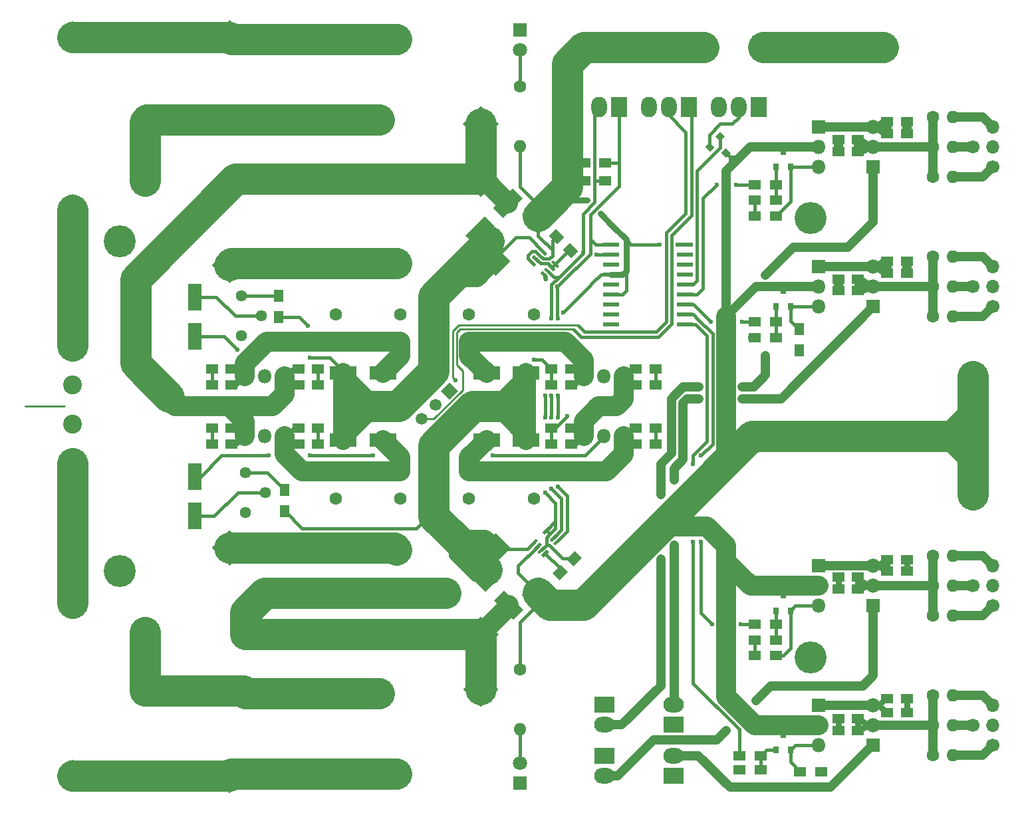
<source format=gbr>
G04 #@! TF.FileFunction,Copper,L1,Top,Signal*
%FSLAX46Y46*%
G04 Gerber Fmt 4.6, Leading zero omitted, Abs format (unit mm)*
G04 Created by KiCad (PCBNEW 4.0.7) date 02/27/18 01:19:25*
%MOMM*%
%LPD*%
G01*
G04 APERTURE LIST*
%ADD10C,0.100000*%
%ADD11C,3.200000*%
%ADD12C,3.000000*%
%ADD13R,3.000000X3.000000*%
%ADD14R,1.500000X1.250000*%
%ADD15R,1.800000X1.800000*%
%ADD16O,1.800000X1.800000*%
%ADD17R,2.400000X2.400000*%
%ADD18C,2.400000*%
%ADD19R,1.500000X1.300000*%
%ADD20R,2.000000X2.600000*%
%ADD21O,2.000000X2.600000*%
%ADD22C,1.520000*%
%ADD23C,1.600000*%
%ADD24O,1.600000X1.600000*%
%ADD25C,1.700000*%
%ADD26O,1.700000X1.700000*%
%ADD27R,2.600000X2.000000*%
%ADD28O,2.600000X2.000000*%
%ADD29R,1.600000X1.600000*%
%ADD30C,1.440000*%
%ADD31R,1.300000X1.500000*%
%ADD32C,1.800000*%
%ADD33O,2.500000X4.000000*%
%ADD34R,3.500000X1.800000*%
%ADD35R,1.800000X3.500000*%
%ADD36R,0.800000X0.900000*%
%ADD37R,2.000000X0.600000*%
%ADD38C,4.064000*%
%ADD39C,0.600000*%
%ADD40C,1.000000*%
%ADD41C,0.250000*%
%ADD42C,0.400000*%
%ADD43C,1.200000*%
%ADD44C,0.800000*%
%ADD45C,4.000000*%
%ADD46C,2.500000*%
G04 APERTURE END LIST*
D10*
G36*
X98000000Y-128737258D02*
X100262742Y-131000000D01*
X98000000Y-133262742D01*
X95737258Y-131000000D01*
X98000000Y-128737258D01*
X98000000Y-128737258D01*
G37*
D11*
X87223693Y-141776307D02*
X87223693Y-141776307D01*
D12*
X116200000Y-49280000D03*
X121280000Y-49280000D03*
D13*
X111120000Y-49280000D03*
D12*
X126360000Y-49280000D03*
D14*
X146000000Y-134750000D03*
X143500000Y-134750000D03*
D15*
X147950000Y-138180000D03*
D16*
X147950000Y-135640000D03*
X147950000Y-133100000D03*
D15*
X147950000Y-82300000D03*
D16*
X147950000Y-79760000D03*
X147950000Y-77220000D03*
D17*
X160650000Y-91190000D03*
D18*
X160650000Y-96190000D03*
X160650000Y-101190000D03*
X160650000Y-106190000D03*
D15*
X147950000Y-120400000D03*
D16*
X147950000Y-117860000D03*
X147950000Y-115320000D03*
D15*
X67940000Y-98810000D03*
D16*
X70480000Y-98810000D03*
X73020000Y-98810000D03*
D15*
X73020000Y-91190000D03*
D16*
X70480000Y-91190000D03*
X67940000Y-91190000D03*
D15*
X111120000Y-98810000D03*
D16*
X113660000Y-98810000D03*
X116200000Y-98810000D03*
D15*
X116200000Y-91190000D03*
D16*
X113660000Y-91190000D03*
X111120000Y-91190000D03*
D19*
X113850000Y-66250000D03*
X111150000Y-66250000D03*
X111150000Y-64000000D03*
X113850000Y-64000000D03*
D20*
X115565000Y-56900000D03*
D21*
X113025000Y-56900000D03*
D22*
X92203949Y-94796051D03*
X90407898Y-96592102D03*
D10*
G36*
X92925198Y-93000000D02*
X94000000Y-91925198D01*
X95074802Y-93000000D01*
X94000000Y-94074802D01*
X92925198Y-93000000D01*
X92925198Y-93000000D01*
G37*
D23*
X155570000Y-135640000D03*
D24*
X158110000Y-135640000D03*
D23*
X155570000Y-139450000D03*
D24*
X158110000Y-139450000D03*
D23*
X155570000Y-131830000D03*
D24*
X158110000Y-131830000D03*
D23*
X155570000Y-117860000D03*
D24*
X158110000Y-117860000D03*
D23*
X155570000Y-121670000D03*
D24*
X158110000Y-121670000D03*
D23*
X155570000Y-114050000D03*
D24*
X158110000Y-114050000D03*
D23*
X155570000Y-79760000D03*
D24*
X158110000Y-79760000D03*
D23*
X155570000Y-83570000D03*
D24*
X158110000Y-83570000D03*
D23*
X155570000Y-75950000D03*
D24*
X158110000Y-75950000D03*
D23*
X155570000Y-61980000D03*
D24*
X158110000Y-61980000D03*
D23*
X155570000Y-65790000D03*
D24*
X158110000Y-65790000D03*
D23*
X155570000Y-58170000D03*
D24*
X158110000Y-58170000D03*
D15*
X140965000Y-133100000D03*
D16*
X140965000Y-135640000D03*
X140965000Y-138180000D03*
D10*
G36*
X127863604Y-60585787D02*
X128429290Y-60020101D01*
X129065686Y-60656497D01*
X128500000Y-61222183D01*
X127863604Y-60585787D01*
X127863604Y-60585787D01*
G37*
G36*
X126520101Y-61929290D02*
X127085787Y-61363604D01*
X127722183Y-62000000D01*
X127156497Y-62565686D01*
X126520101Y-61929290D01*
X126520101Y-61929290D01*
G37*
G36*
X128606066Y-62671752D02*
X129171752Y-62106066D01*
X129808148Y-62742462D01*
X129242462Y-63308148D01*
X128606066Y-62671752D01*
X128606066Y-62671752D01*
G37*
D15*
X140965000Y-115320000D03*
D16*
X140965000Y-117860000D03*
X140965000Y-120400000D03*
D15*
X140965000Y-77220000D03*
D16*
X140965000Y-79760000D03*
X140965000Y-82300000D03*
D15*
X140965000Y-59440000D03*
D16*
X140965000Y-61980000D03*
X140965000Y-64520000D03*
D25*
X160650000Y-135640000D03*
X163190000Y-138180000D03*
D26*
X163190000Y-135640000D03*
X163190000Y-133100000D03*
D20*
X124455000Y-56900000D03*
D21*
X121915000Y-56900000D03*
X119375000Y-56900000D03*
D27*
X122500000Y-142000000D03*
D28*
X122500000Y-139460000D03*
D25*
X160650000Y-117860000D03*
X163190000Y-120400000D03*
D26*
X163190000Y-117860000D03*
X163190000Y-115320000D03*
D27*
X113750000Y-139500000D03*
D28*
X113750000Y-142040000D03*
D25*
X160650000Y-79760000D03*
X163190000Y-82300000D03*
D26*
X163190000Y-79760000D03*
X163190000Y-77220000D03*
D27*
X122500000Y-135500000D03*
D28*
X122500000Y-132960000D03*
D25*
X160650000Y-61980000D03*
X163190000Y-64520000D03*
D26*
X163190000Y-61980000D03*
X163190000Y-59440000D03*
D17*
X46000000Y-87250000D03*
D18*
X46000000Y-92250000D03*
X46000000Y-97250000D03*
X46000000Y-102250000D03*
D27*
X113750000Y-133000000D03*
D28*
X113750000Y-135540000D03*
D14*
X146000000Y-136250000D03*
X143500000Y-136250000D03*
X149750000Y-132250000D03*
X152250000Y-132250000D03*
X149750000Y-134000000D03*
X152250000Y-134000000D03*
X146000000Y-118250000D03*
X143500000Y-118250000D03*
X146000000Y-116750000D03*
X143500000Y-116750000D03*
X149750000Y-116000000D03*
X152250000Y-116000000D03*
X149750000Y-114500000D03*
X152250000Y-114500000D03*
X146000000Y-78750000D03*
X143500000Y-78750000D03*
X146000000Y-80250000D03*
X143500000Y-80250000D03*
X149750000Y-76500000D03*
X152250000Y-76500000D03*
X149750000Y-78000000D03*
X152250000Y-78000000D03*
X146000000Y-61000000D03*
X143500000Y-61000000D03*
X146000000Y-62500000D03*
X143500000Y-62500000D03*
X149750000Y-58750000D03*
X152250000Y-58750000D03*
X149750000Y-60250000D03*
X152250000Y-60250000D03*
D10*
G36*
X68262742Y-77000000D02*
X66000000Y-79262742D01*
X63737258Y-77000000D01*
X66000000Y-74737258D01*
X68262742Y-77000000D01*
X68262742Y-77000000D01*
G37*
D11*
X55223693Y-66223693D02*
X55223693Y-66223693D01*
D29*
X96500000Y-103250000D03*
D23*
X96500000Y-106750000D03*
D29*
X87750000Y-103250000D03*
D23*
X87750000Y-106750000D03*
D29*
X104750000Y-86750000D03*
D23*
X104750000Y-83250000D03*
D29*
X87750000Y-86750000D03*
D23*
X87750000Y-83250000D03*
D30*
X68000000Y-103420000D03*
X70540000Y-105960000D03*
X68000000Y-108500000D03*
X67500000Y-80920000D03*
X70040000Y-83460000D03*
X67500000Y-86000000D03*
D14*
X107000000Y-97750000D03*
X109500000Y-97750000D03*
X120250000Y-97750000D03*
X117750000Y-97750000D03*
X120250000Y-99750000D03*
X117750000Y-99750000D03*
X77250000Y-97750000D03*
X74750000Y-97750000D03*
X77250000Y-99750000D03*
X74750000Y-99750000D03*
X107000000Y-92250000D03*
X109500000Y-92250000D03*
X107000000Y-90250000D03*
X109500000Y-90250000D03*
X63750000Y-90250000D03*
X66250000Y-90250000D03*
X63750000Y-92250000D03*
X66250000Y-92250000D03*
D31*
X73000000Y-108350000D03*
X73000000Y-105650000D03*
X72250000Y-83600000D03*
X72250000Y-80900000D03*
D10*
G36*
X97620963Y-113383705D02*
X99883705Y-111120963D01*
X101792893Y-113030151D01*
X99530151Y-115292893D01*
X97620963Y-113383705D01*
X97620963Y-113383705D01*
G37*
G36*
X103207107Y-118969849D02*
X105469849Y-116707107D01*
X107379037Y-118616295D01*
X105116295Y-120879037D01*
X103207107Y-118969849D01*
X103207107Y-118969849D01*
G37*
G36*
X99883705Y-78379037D02*
X97620963Y-76116295D01*
X99530151Y-74207107D01*
X101792893Y-76469849D01*
X99883705Y-78379037D01*
X99883705Y-78379037D01*
G37*
G36*
X105469849Y-72792893D02*
X103207107Y-70530151D01*
X105116295Y-68620963D01*
X107379037Y-70883705D01*
X105469849Y-72792893D01*
X105469849Y-72792893D01*
G37*
D29*
X104750000Y-103250000D03*
D23*
X104750000Y-106750000D03*
D29*
X79500000Y-103250000D03*
D23*
X79500000Y-106750000D03*
D14*
X63750000Y-97750000D03*
X66250000Y-97750000D03*
X107000000Y-99750000D03*
X109500000Y-99750000D03*
X63750000Y-99750000D03*
X66250000Y-99750000D03*
D29*
X96500000Y-86750000D03*
D23*
X96500000Y-83250000D03*
D14*
X120250000Y-92250000D03*
X117750000Y-92250000D03*
X120250000Y-90250000D03*
X117750000Y-90250000D03*
X77250000Y-92250000D03*
X74750000Y-92250000D03*
X77250000Y-90250000D03*
X74750000Y-90250000D03*
D29*
X79500000Y-86750000D03*
D23*
X79500000Y-83250000D03*
X103000000Y-54250000D03*
D24*
X103000000Y-61870000D03*
D23*
X103000000Y-128500000D03*
D24*
X103000000Y-136120000D03*
D15*
X103000000Y-143000000D03*
D32*
X103000000Y-140460000D03*
D10*
G36*
X102058808Y-67228400D02*
X103331600Y-68501192D01*
X100856726Y-70976066D01*
X99583934Y-69703274D01*
X102058808Y-67228400D01*
X102058808Y-67228400D01*
G37*
G36*
X98523274Y-70763934D02*
X99796066Y-72036726D01*
X97321192Y-74511600D01*
X96048400Y-73238808D01*
X98523274Y-70763934D01*
X98523274Y-70763934D01*
G37*
G36*
X103391600Y-120868808D02*
X102118808Y-122141600D01*
X99643934Y-119666726D01*
X100916726Y-118393934D01*
X103391600Y-120868808D01*
X103391600Y-120868808D01*
G37*
G36*
X99856066Y-117333274D02*
X98583274Y-118606066D01*
X96108400Y-116131192D01*
X97381192Y-114858400D01*
X99856066Y-117333274D01*
X99856066Y-117333274D01*
G37*
D33*
X46000000Y-142000000D03*
X46000000Y-120000000D03*
D34*
X103750000Y-99250000D03*
X98750000Y-99250000D03*
X80500000Y-99250000D03*
X85500000Y-99250000D03*
D10*
G36*
X66000000Y-110737258D02*
X68262742Y-113000000D01*
X66000000Y-115262742D01*
X63737258Y-113000000D01*
X66000000Y-110737258D01*
X66000000Y-110737258D01*
G37*
D11*
X55223693Y-123776307D02*
X55223693Y-123776307D01*
D10*
G36*
X68262742Y-142000000D02*
X66000000Y-144262742D01*
X63737258Y-142000000D01*
X66000000Y-139737258D01*
X68262742Y-142000000D01*
X68262742Y-142000000D01*
G37*
D11*
X55223693Y-131223693D02*
X55223693Y-131223693D01*
D10*
G36*
X100262742Y-124000000D02*
X98000000Y-126262742D01*
X95737258Y-124000000D01*
X98000000Y-121737258D01*
X100262742Y-124000000D01*
X100262742Y-124000000D01*
G37*
D11*
X87223693Y-113223693D02*
X87223693Y-113223693D01*
D10*
G36*
X109972271Y-113393845D02*
X110856155Y-114277729D01*
X109795495Y-115338389D01*
X108911611Y-114454505D01*
X109972271Y-113393845D01*
X109972271Y-113393845D01*
G37*
G36*
X108204505Y-115161611D02*
X109088389Y-116045495D01*
X108027729Y-117106155D01*
X107143845Y-116222271D01*
X108204505Y-115161611D01*
X108204505Y-115161611D01*
G37*
G36*
X110356155Y-75222271D02*
X109472271Y-76106155D01*
X108411611Y-75045495D01*
X109295495Y-74161611D01*
X110356155Y-75222271D01*
X110356155Y-75222271D01*
G37*
G36*
X108588389Y-73454505D02*
X107704505Y-74338389D01*
X106643845Y-73277729D01*
X107527729Y-72393845D01*
X108588389Y-73454505D01*
X108588389Y-73454505D01*
G37*
D17*
X85000000Y-124000000D03*
D18*
X85000000Y-131500000D03*
D17*
X68000000Y-124000000D03*
D18*
X68000000Y-131500000D03*
D33*
X46000000Y-48000000D03*
X46000000Y-70000000D03*
D10*
G36*
X66000000Y-45737258D02*
X68262742Y-48000000D01*
X66000000Y-50262742D01*
X63737258Y-48000000D01*
X66000000Y-45737258D01*
X66000000Y-45737258D01*
G37*
D11*
X55223693Y-58776307D02*
X55223693Y-58776307D01*
D10*
G36*
X100262742Y-59000000D02*
X98000000Y-61262742D01*
X95737258Y-59000000D01*
X98000000Y-56737258D01*
X100262742Y-59000000D01*
X100262742Y-59000000D01*
G37*
D11*
X87223693Y-48223693D02*
X87223693Y-48223693D01*
D17*
X85000000Y-66000000D03*
D18*
X85000000Y-58500000D03*
D17*
X68000000Y-66000000D03*
D18*
X68000000Y-58500000D03*
D10*
G36*
X98000000Y-63737258D02*
X100262742Y-66000000D01*
X98000000Y-68262742D01*
X95737258Y-66000000D01*
X98000000Y-63737258D01*
X98000000Y-63737258D01*
G37*
D11*
X87223693Y-76776307D02*
X87223693Y-76776307D01*
D34*
X103750000Y-90750000D03*
X98750000Y-90750000D03*
X80500000Y-90750000D03*
X85500000Y-90750000D03*
D35*
X61590000Y-108930000D03*
X61590000Y-103930000D03*
X61590000Y-81070000D03*
X61590000Y-86070000D03*
D15*
X103000000Y-47000000D03*
D32*
X103000000Y-49540000D03*
D15*
X147950000Y-64520000D03*
D16*
X147950000Y-61980000D03*
X147950000Y-59440000D03*
D10*
G36*
X104545873Y-112851041D02*
X104263030Y-112568198D01*
X105012563Y-111818665D01*
X105295406Y-112101508D01*
X104545873Y-112851041D01*
X104545873Y-112851041D01*
G37*
G36*
X105005492Y-113310660D02*
X104722649Y-113027817D01*
X105472182Y-112278284D01*
X105755025Y-112561127D01*
X105005492Y-113310660D01*
X105005492Y-113310660D01*
G37*
G36*
X105472183Y-113777351D02*
X105189340Y-113494508D01*
X105938873Y-112744975D01*
X106221716Y-113027818D01*
X105472183Y-113777351D01*
X105472183Y-113777351D01*
G37*
G36*
X105931802Y-114236970D02*
X105648959Y-113954127D01*
X106398492Y-113204594D01*
X106681335Y-113487437D01*
X105931802Y-114236970D01*
X105931802Y-114236970D01*
G37*
G36*
X107487437Y-112681335D02*
X107204594Y-112398492D01*
X107954127Y-111648959D01*
X108236970Y-111931802D01*
X107487437Y-112681335D01*
X107487437Y-112681335D01*
G37*
G36*
X107027818Y-112221716D02*
X106744975Y-111938873D01*
X107494508Y-111189340D01*
X107777351Y-111472183D01*
X107027818Y-112221716D01*
X107027818Y-112221716D01*
G37*
G36*
X106561127Y-111755025D02*
X106278284Y-111472182D01*
X107027817Y-110722649D01*
X107310660Y-111005492D01*
X106561127Y-111755025D01*
X106561127Y-111755025D01*
G37*
G36*
X106101508Y-111295406D02*
X105818665Y-111012563D01*
X106568198Y-110263030D01*
X106851041Y-110545873D01*
X106101508Y-111295406D01*
X106101508Y-111295406D01*
G37*
G36*
X105398959Y-75045873D02*
X105681802Y-74763030D01*
X106431335Y-75512563D01*
X106148492Y-75795406D01*
X105398959Y-75045873D01*
X105398959Y-75045873D01*
G37*
G36*
X104939340Y-75505492D02*
X105222183Y-75222649D01*
X105971716Y-75972182D01*
X105688873Y-76255025D01*
X104939340Y-75505492D01*
X104939340Y-75505492D01*
G37*
G36*
X104472649Y-75972183D02*
X104755492Y-75689340D01*
X105505025Y-76438873D01*
X105222182Y-76721716D01*
X104472649Y-75972183D01*
X104472649Y-75972183D01*
G37*
G36*
X104013030Y-76431802D02*
X104295873Y-76148959D01*
X105045406Y-76898492D01*
X104762563Y-77181335D01*
X104013030Y-76431802D01*
X104013030Y-76431802D01*
G37*
G36*
X105568665Y-77987437D02*
X105851508Y-77704594D01*
X106601041Y-78454127D01*
X106318198Y-78736970D01*
X105568665Y-77987437D01*
X105568665Y-77987437D01*
G37*
G36*
X106028284Y-77527818D02*
X106311127Y-77244975D01*
X107060660Y-77994508D01*
X106777817Y-78277351D01*
X106028284Y-77527818D01*
X106028284Y-77527818D01*
G37*
G36*
X106494975Y-77061127D02*
X106777818Y-76778284D01*
X107527351Y-77527817D01*
X107244508Y-77810660D01*
X106494975Y-77061127D01*
X106494975Y-77061127D01*
G37*
G36*
X106954594Y-76601508D02*
X107237437Y-76318665D01*
X107986970Y-77068198D01*
X107704127Y-77351041D01*
X106954594Y-76601508D01*
X106954594Y-76601508D01*
G37*
D12*
X139060000Y-49280000D03*
X144140000Y-49280000D03*
D13*
X133980000Y-49280000D03*
D12*
X149220000Y-49280000D03*
D36*
X135550000Y-64500000D03*
X137450000Y-64500000D03*
X136500000Y-62500000D03*
X135550000Y-82250000D03*
X137450000Y-82250000D03*
X136500000Y-80250000D03*
X135550000Y-121000000D03*
X137450000Y-121000000D03*
X136500000Y-119000000D03*
X135550000Y-138750000D03*
X137450000Y-138750000D03*
X136500000Y-136750000D03*
D19*
X132900000Y-70750000D03*
X135600000Y-70750000D03*
X132900000Y-68750000D03*
X135600000Y-68750000D03*
X132900000Y-66750000D03*
X135600000Y-66750000D03*
D31*
X138500000Y-87850000D03*
X138500000Y-85150000D03*
D19*
X132900000Y-86250000D03*
X135600000Y-86250000D03*
X132900000Y-84250000D03*
X135600000Y-84250000D03*
X132900000Y-126750000D03*
X135600000Y-126750000D03*
X132900000Y-124750000D03*
X135600000Y-124750000D03*
X132900000Y-122750000D03*
X135600000Y-122750000D03*
X141350000Y-141500000D03*
X138650000Y-141500000D03*
X130900000Y-141250000D03*
X133600000Y-141250000D03*
X130900000Y-139500000D03*
X133600000Y-139500000D03*
D37*
X114550000Y-74420000D03*
X114550000Y-75690000D03*
X114550000Y-76960000D03*
X114550000Y-78230000D03*
X114550000Y-79500000D03*
X114550000Y-80770000D03*
X114550000Y-82040000D03*
X114550000Y-83310000D03*
X114550000Y-84580000D03*
X123950000Y-84580000D03*
X123950000Y-83310000D03*
X123950000Y-82040000D03*
X123950000Y-80770000D03*
X123950000Y-79500000D03*
X123950000Y-78230000D03*
X123950000Y-76960000D03*
X123950000Y-75690000D03*
X123950000Y-74420000D03*
D38*
X140000000Y-127000000D03*
X52000000Y-116000000D03*
X52000000Y-74000000D03*
X140000000Y-71000000D03*
D20*
X133345000Y-56900000D03*
D21*
X130805000Y-56900000D03*
X128265000Y-56900000D03*
D39*
X107470782Y-76834853D03*
X132900000Y-68750000D03*
X63750000Y-92250000D03*
X63750000Y-97750000D03*
X77250000Y-97750000D03*
X77250000Y-92250000D03*
X152250000Y-78000000D03*
X143500000Y-78750000D03*
X114550000Y-84580000D03*
X114550000Y-79500000D03*
X114550000Y-76960000D03*
X104750000Y-89000000D03*
X120250000Y-92250000D03*
X120250000Y-97750000D03*
X109000000Y-96250000D03*
X108116117Y-116133883D03*
X130900000Y-141250000D03*
X141350000Y-141500000D03*
X143500000Y-134750000D03*
X152250000Y-134000000D03*
X152250000Y-116000000D03*
X143500000Y-116750000D03*
X132900000Y-124750000D03*
X138500000Y-87850000D03*
X132250000Y-86250000D03*
X152250000Y-60250000D03*
X143500000Y-61000000D03*
X111500000Y-68750000D03*
X113190687Y-70440687D03*
X108500000Y-83000000D03*
X106200000Y-96400000D03*
X106200000Y-93600000D03*
X106200000Y-106000000D03*
X123050000Y-74400000D03*
X120800000Y-74400000D03*
X107750000Y-79750000D03*
X106250000Y-78750000D03*
X107800000Y-83800000D03*
X107800000Y-105200000D03*
X107800000Y-96400000D03*
X107800000Y-93600000D03*
X107000000Y-83750000D03*
X111000000Y-75500000D03*
X112700000Y-75700000D03*
X107000000Y-105500000D03*
X107000000Y-96400000D03*
X107000000Y-93600000D03*
D40*
X58250000Y-93750000D03*
X55500000Y-91000000D03*
X56950000Y-92450000D03*
D39*
X93500000Y-120000000D03*
X93500000Y-117500000D03*
X86750000Y-120000000D03*
X86750000Y-117500000D03*
D40*
X86750000Y-118750000D03*
X89000000Y-118750000D03*
X91250000Y-118750000D03*
X93500000Y-118750000D03*
D39*
X67000000Y-87750000D03*
X76000000Y-84750000D03*
X76250000Y-88750000D03*
D40*
X120900000Y-114400000D03*
X120900000Y-115800000D03*
X135250000Y-77250000D03*
X134250000Y-78250000D03*
X120900000Y-104800000D03*
X120900000Y-106200000D03*
X124250000Y-92500000D03*
X132750000Y-92500000D03*
X134250000Y-89750000D03*
X134250000Y-88500000D03*
X131300002Y-92500000D03*
X125750000Y-92500000D03*
X122600000Y-102900000D03*
X122600000Y-114100000D03*
X122600000Y-112700000D03*
X122600000Y-104400000D03*
X124250000Y-94000000D03*
X132750000Y-94000000D03*
X131300002Y-94000000D03*
X125750000Y-94000000D03*
X129250000Y-136250000D03*
X128000000Y-137500000D03*
X134250000Y-131250000D03*
X133000000Y-132500000D03*
D39*
X94800000Y-91700000D03*
X128000000Y-66750000D03*
X130500000Y-66750000D03*
X127250000Y-84250000D03*
X131250000Y-84250000D03*
X126000000Y-101250000D03*
X126000000Y-112250000D03*
X127450000Y-122750000D03*
X131050000Y-122750000D03*
X125000000Y-102300000D03*
X125000000Y-112250000D03*
X84250000Y-101250000D03*
X76250000Y-101250000D03*
X99500000Y-101250000D03*
X71000000Y-101250000D03*
D41*
X40000000Y-95000000D02*
X45000000Y-95000000D01*
D42*
X109171752Y-75133883D02*
X107470782Y-76834853D01*
X109383883Y-75133883D02*
X109171752Y-75133883D01*
X105583311Y-76800002D02*
X106516693Y-76800002D01*
X106516693Y-76800002D02*
X107011163Y-77294472D01*
X105583311Y-76800002D02*
X104988837Y-76205528D01*
X132900000Y-70750000D02*
X132900000Y-68750000D01*
X107000000Y-90250000D02*
X105750000Y-89000000D01*
X105750000Y-89000000D02*
X104750000Y-89000000D01*
X107000000Y-97750000D02*
X107500000Y-97750000D01*
X107500000Y-97750000D02*
X109000000Y-96250000D01*
X132900000Y-86250000D02*
X132250000Y-86250000D01*
D43*
X143500000Y-61000000D02*
X143500000Y-62500000D01*
X152250000Y-60250000D02*
X152250000Y-58750000D01*
X143500000Y-78750000D02*
X143500000Y-80250000D01*
X152250000Y-76500000D02*
X152250000Y-78000000D01*
D42*
X132900000Y-126750000D02*
X132900000Y-124750000D01*
D44*
X143500000Y-116750000D02*
X143500000Y-118250000D01*
X152250000Y-116000000D02*
X152250000Y-114500000D01*
X143500000Y-134750000D02*
X143500000Y-136250000D01*
X152250000Y-134000000D02*
X152250000Y-132250000D01*
D45*
X133980000Y-49280000D02*
X139060000Y-49280000D01*
X139060000Y-49280000D02*
X144140000Y-49280000D01*
X144140000Y-49280000D02*
X149220000Y-49280000D01*
D42*
X106165147Y-113720782D02*
X106220782Y-113720782D01*
X106220782Y-113720782D02*
X108116117Y-115616117D01*
X108116117Y-115616117D02*
X108116117Y-116133883D01*
X108116117Y-115633883D02*
X108078248Y-115633883D01*
D41*
X106165147Y-113720782D02*
X106203016Y-113720782D01*
X104988837Y-76205528D02*
X104988837Y-76238837D01*
D42*
X107011163Y-77294472D02*
X107470782Y-76834853D01*
D45*
X55223693Y-66223693D02*
X55223693Y-58776307D01*
X55223693Y-58776307D02*
X55500000Y-58500000D01*
X55500000Y-58500000D02*
X85000000Y-58500000D01*
X55223693Y-131223693D02*
X55223693Y-123776307D01*
X67723693Y-131223693D02*
X55223693Y-131223693D01*
X68000000Y-131500000D02*
X67723693Y-131223693D01*
X85000000Y-131500000D02*
X68000000Y-131500000D01*
D42*
X77250000Y-99750000D02*
X77250000Y-97750000D01*
X63750000Y-97750000D02*
X63750000Y-99750000D01*
X63750000Y-90250000D02*
X63750000Y-92250000D01*
X77250000Y-92250000D02*
X77250000Y-90250000D01*
X120250000Y-99750000D02*
X120250000Y-97750000D01*
X107000000Y-97750000D02*
X107000000Y-99750000D01*
X107000000Y-90250000D02*
X107000000Y-92250000D01*
X120250000Y-90250000D02*
X120250000Y-92250000D01*
D46*
X55223693Y-123776307D02*
X55223693Y-131223693D01*
X55223693Y-131223693D02*
X55500000Y-131500000D01*
X55500000Y-131500000D02*
X85000000Y-131500000D01*
D42*
X68000000Y-58500000D02*
X55500000Y-58500000D01*
X55500000Y-58500000D02*
X55223693Y-58776307D01*
D46*
X55223693Y-58776307D02*
X55500000Y-58500000D01*
X55500000Y-58500000D02*
X85000000Y-58500000D01*
D42*
X102750000Y-115700000D02*
X102750000Y-115283309D01*
X102750000Y-115283309D02*
X105238837Y-112794472D01*
X129750000Y-63250000D02*
X129750000Y-64500000D01*
X129750000Y-64500000D02*
X129750000Y-64250000D01*
X129750000Y-64250000D02*
X129750000Y-64500000D01*
X129207107Y-62707107D02*
X129750000Y-63250000D01*
X130000000Y-63500000D02*
X130000000Y-64250000D01*
X130750000Y-63500000D02*
X130000000Y-63500000D01*
X131000000Y-63250000D02*
X130750000Y-63500000D01*
X129750000Y-63250000D02*
X131000000Y-63250000D01*
X136500000Y-80250000D02*
X136500000Y-79760000D01*
X136500000Y-79760000D02*
X136500000Y-79750000D01*
X136500000Y-79750000D02*
X136500000Y-79760000D01*
D43*
X140965000Y-79760000D02*
X136500000Y-79760000D01*
X136500000Y-79760000D02*
X133060000Y-79760000D01*
X133060000Y-79760000D02*
X129250000Y-83570000D01*
D42*
X136500000Y-62500000D02*
X136500000Y-61980000D01*
D43*
X132270000Y-61980000D02*
X136500000Y-61980000D01*
X136500000Y-61980000D02*
X140965000Y-61980000D01*
X129250000Y-83570000D02*
X129250000Y-65000000D01*
X129250000Y-65000000D02*
X129750000Y-64500000D01*
X129750000Y-64500000D02*
X130000000Y-64250000D01*
X130000000Y-64250000D02*
X132270000Y-61980000D01*
D42*
X136500000Y-61980000D02*
X136500000Y-62000000D01*
X136500000Y-62000000D02*
X136500000Y-61980000D01*
X103000000Y-128500000D02*
X103000000Y-122500000D01*
X103000000Y-122500000D02*
X105293072Y-120206928D01*
X105293072Y-120206928D02*
X105293072Y-118793072D01*
D46*
X129250000Y-83570000D02*
X129250000Y-102000000D01*
X129250000Y-102000000D02*
X129500000Y-101750000D01*
X129500000Y-101750000D02*
X129750000Y-101750000D01*
X129750000Y-101750000D02*
X129750000Y-101500000D01*
D42*
X136500000Y-136750000D02*
X136500000Y-135640000D01*
X136500000Y-135640000D02*
X136500000Y-136000000D01*
X136500000Y-136000000D02*
X136500000Y-135640000D01*
X136500000Y-119000000D02*
X136500000Y-117860000D01*
X136500000Y-117860000D02*
X136500000Y-118000000D01*
X136500000Y-118000000D02*
X136500000Y-117860000D01*
D46*
X140965000Y-117860000D02*
X136500000Y-117860000D01*
X136500000Y-117860000D02*
X132360000Y-117860000D01*
X132360000Y-117860000D02*
X129250000Y-114750000D01*
X140965000Y-135640000D02*
X136500000Y-135640000D01*
X136500000Y-135640000D02*
X132890000Y-135640000D01*
X132890000Y-135640000D02*
X129250000Y-132000000D01*
X121000000Y-110250000D02*
X126750000Y-110250000D01*
X126750000Y-110250000D02*
X129250000Y-112750000D01*
X129250000Y-112750000D02*
X129250000Y-114750000D01*
X129250000Y-114750000D02*
X129250000Y-132000000D01*
D45*
X160650000Y-101190000D02*
X160650000Y-106190000D01*
X160650000Y-96190000D02*
X160650000Y-91190000D01*
X160650000Y-96190000D02*
X160650000Y-101190000D01*
X160650000Y-101190000D02*
X158210000Y-98750000D01*
X158210000Y-98750000D02*
X158090000Y-98750000D01*
X105293072Y-118793072D02*
X106750000Y-120250000D01*
X106750000Y-120250000D02*
X111000000Y-120250000D01*
X111000000Y-120250000D02*
X121000000Y-110250000D01*
X121000000Y-110250000D02*
X129750000Y-101500000D01*
X129750000Y-101500000D02*
X132500000Y-98750000D01*
X132500000Y-98750000D02*
X158090000Y-98750000D01*
X158090000Y-98750000D02*
X160650000Y-96190000D01*
D42*
X102750000Y-116250000D02*
X105293072Y-118793072D01*
D41*
X103000000Y-122500000D02*
X105293072Y-120206928D01*
X105293072Y-120206928D02*
X105293072Y-118793072D01*
D42*
X102750000Y-115700000D02*
X102750000Y-116250000D01*
D44*
X111450000Y-68700000D02*
X111500000Y-68750000D01*
X107300000Y-68700000D02*
X111450000Y-68700000D01*
X114750000Y-72000000D02*
X113190687Y-70440687D01*
X114750000Y-72000000D02*
X116500000Y-73750000D01*
D42*
X105293072Y-70706928D02*
X105293072Y-73293072D01*
X105293072Y-73293072D02*
X107100000Y-75100000D01*
D44*
X114550000Y-78230000D02*
X116020000Y-78230000D01*
X116020000Y-78230000D02*
X116500000Y-77750000D01*
D42*
X112250000Y-79250000D02*
X113270000Y-78230000D01*
X113270000Y-78230000D02*
X114550000Y-78230000D01*
X116500000Y-77750000D02*
X116500000Y-80250000D01*
X116500000Y-80250000D02*
X115980000Y-80770000D01*
X115980000Y-80770000D02*
X114550000Y-80770000D01*
X120800000Y-74400000D02*
X117150000Y-74400000D01*
X117150000Y-74400000D02*
X116500000Y-73750000D01*
D44*
X116500000Y-75200000D02*
X116500000Y-77750000D01*
X116500000Y-73750000D02*
X116500000Y-75200000D01*
D42*
X108500000Y-83000000D02*
X111750000Y-79750000D01*
X106200000Y-93600000D02*
X106200000Y-96400000D01*
X107500000Y-107300000D02*
X106200000Y-106000000D01*
X107500000Y-108250000D02*
X107500000Y-107300000D01*
X107500000Y-108250000D02*
X107500000Y-109614071D01*
X112250000Y-79250000D02*
X111750000Y-79750000D01*
X111150000Y-66250000D02*
X109750000Y-66250000D01*
X109750000Y-66250000D02*
X109000000Y-67000000D01*
X111150000Y-64000000D02*
X109000000Y-64000000D01*
X109000000Y-64000000D02*
X109500000Y-64000000D01*
X109500000Y-64000000D02*
X109000000Y-64000000D01*
D44*
X107006928Y-70706928D02*
X105293072Y-70706928D01*
D42*
X107100000Y-75200000D02*
X107100000Y-75100000D01*
X107100000Y-75200000D02*
X107100000Y-75800000D01*
X107100000Y-75800000D02*
X106700000Y-76200000D01*
X106700000Y-76200000D02*
X105916691Y-76200000D01*
X105916691Y-76200000D02*
X105455528Y-75738837D01*
X107100000Y-75100000D02*
X107100000Y-73882234D01*
X107100000Y-73882234D02*
X107616117Y-73366117D01*
X104500000Y-75250000D02*
X104966691Y-75250000D01*
X104966691Y-75250000D02*
X105455528Y-75738837D01*
X104500000Y-75250000D02*
X104000000Y-75750000D01*
X104000000Y-76135929D02*
X104529218Y-76665147D01*
X104000000Y-75750000D02*
X104000000Y-76135929D01*
X105250000Y-70750000D02*
X105293072Y-70706928D01*
X123050000Y-74400000D02*
X123070000Y-74420000D01*
X123070000Y-74420000D02*
X123950000Y-74420000D01*
X123980000Y-74420000D02*
X123950000Y-74420000D01*
X103000000Y-61870000D02*
X103000000Y-67000000D01*
X103000000Y-67000000D02*
X105293072Y-69293072D01*
X105293072Y-69293072D02*
X105293072Y-70706928D01*
X110045406Y-68295406D02*
X109995406Y-68295406D01*
X109995406Y-68295406D02*
X108850000Y-67150000D01*
X108295406Y-70045406D02*
X108295406Y-69695406D01*
X108295406Y-69695406D02*
X107300000Y-68700000D01*
D45*
X111120000Y-49280000D02*
X116200000Y-49280000D01*
X116200000Y-49280000D02*
X121280000Y-49280000D01*
D42*
X109883883Y-114366117D02*
X108366117Y-114366117D01*
X108366117Y-114366117D02*
X106675000Y-112675000D01*
X106675000Y-112675000D02*
X106325000Y-112675000D01*
X110400000Y-59250000D02*
X109750000Y-59250000D01*
X109750000Y-59250000D02*
X109000000Y-58500000D01*
X110400000Y-61250000D02*
X109000000Y-61250000D01*
X107500000Y-109614071D02*
X107500000Y-110533309D01*
X107500000Y-110533309D02*
X106794472Y-111238837D01*
X107500000Y-109614071D02*
X106334853Y-110779218D01*
D45*
X105293072Y-70706928D02*
X106260000Y-69740000D01*
X106260000Y-69740000D02*
X107300000Y-68700000D01*
X107300000Y-68700000D02*
X108850000Y-67150000D01*
X108850000Y-67150000D02*
X109000000Y-67000000D01*
X109000000Y-51400000D02*
X111120000Y-49280000D01*
X109000000Y-67000000D02*
X109000000Y-64000000D01*
X109000000Y-64000000D02*
X109000000Y-61250000D01*
X109000000Y-61250000D02*
X109000000Y-58500000D01*
X109000000Y-58500000D02*
X109000000Y-51400000D01*
X121280000Y-49280000D02*
X126360000Y-49280000D01*
D42*
X106794472Y-111238837D02*
X106334853Y-110779218D01*
X105705528Y-113261163D02*
X105738837Y-113261163D01*
X105738837Y-113261163D02*
X106325000Y-112675000D01*
X106325000Y-112675000D02*
X106325000Y-111708309D01*
X106325000Y-111708309D02*
X106794472Y-111238837D01*
D41*
X106794472Y-111238837D02*
X106761163Y-111238837D01*
D42*
X105293072Y-70706928D02*
X104500000Y-71500000D01*
X105293072Y-70706928D02*
X105293072Y-69293072D01*
X105293072Y-69293072D02*
X103000000Y-67000000D01*
D45*
X46000000Y-48000000D02*
X66000000Y-48000000D01*
X66000000Y-48000000D02*
X66223693Y-48223693D01*
X66223693Y-48223693D02*
X87223693Y-48223693D01*
D46*
X66000000Y-48000000D02*
X66223693Y-48223693D01*
X66223693Y-48223693D02*
X87223693Y-48223693D01*
D45*
X66223693Y-141776307D02*
X87223693Y-141776307D01*
X66000000Y-142000000D02*
X66223693Y-141776307D01*
X46000000Y-142000000D02*
X66000000Y-142000000D01*
D46*
X87223693Y-141776307D02*
X66223693Y-141776307D01*
X66223693Y-141776307D02*
X66000000Y-142000000D01*
D42*
X106084853Y-78220782D02*
X106084853Y-78584853D01*
X106250000Y-78750000D02*
X106084853Y-78584853D01*
X111954594Y-73704594D02*
X111954594Y-70545406D01*
X111954594Y-70545406D02*
X115565000Y-66935000D01*
X107750000Y-79750000D02*
X108250000Y-79250000D01*
X107750000Y-83750000D02*
X107750000Y-79750000D01*
X107800000Y-83800000D02*
X107750000Y-83750000D01*
X113850000Y-64000000D02*
X115565000Y-64000000D01*
X115565000Y-64000000D02*
X115500000Y-64000000D01*
X115500000Y-64000000D02*
X115565000Y-64000000D01*
X115565000Y-56900000D02*
X115565000Y-64000000D01*
X115565000Y-64000000D02*
X115565000Y-66935000D01*
X114550000Y-74420000D02*
X112670000Y-74420000D01*
X112670000Y-74420000D02*
X111954594Y-73704594D01*
X111954594Y-75545406D02*
X111954594Y-73704594D01*
X108250000Y-79250000D02*
X111954594Y-75545406D01*
X109000000Y-107750000D02*
X109000000Y-110885929D01*
X109000000Y-110885929D02*
X107720782Y-112165147D01*
X109000000Y-107750000D02*
X109000000Y-106400000D01*
X109000000Y-106400000D02*
X107800000Y-105200000D01*
X107800000Y-96400000D02*
X107800000Y-93600000D01*
X108000000Y-78500000D02*
X107283309Y-78500000D01*
X107283309Y-78500000D02*
X106544472Y-77761163D01*
X111000000Y-75500000D02*
X111000000Y-70500000D01*
X112500000Y-69000000D02*
X112500000Y-66250000D01*
X111000000Y-70500000D02*
X112500000Y-69000000D01*
X107000000Y-82300000D02*
X107000000Y-79500000D01*
X107000000Y-79500000D02*
X108000000Y-78500000D01*
X108000000Y-78500000D02*
X109250000Y-77250000D01*
X107000000Y-82400000D02*
X107000000Y-83750000D01*
X113850000Y-66250000D02*
X112500000Y-66250000D01*
X112500000Y-59250000D02*
X112500000Y-57425000D01*
X112500000Y-59250000D02*
X112500000Y-66250000D01*
X112500000Y-57425000D02*
X113025000Y-56900000D01*
X109250000Y-77250000D02*
X111000000Y-75500000D01*
X107000000Y-82400000D02*
X107000000Y-82300000D01*
X108250000Y-108500000D02*
X108250000Y-110716691D01*
X108250000Y-110716691D02*
X107261163Y-111705528D01*
X108250000Y-108500000D02*
X108250000Y-106750000D01*
X108250000Y-106750000D02*
X107000000Y-105500000D01*
X107000000Y-96400000D02*
X107000000Y-93600000D01*
X114550000Y-75690000D02*
X112710000Y-75690000D01*
X112710000Y-75690000D02*
X112700000Y-75700000D01*
D41*
X107261163Y-111705528D02*
X107244474Y-111705528D01*
D42*
X103000000Y-140460000D02*
X103000000Y-136120000D01*
X103000000Y-49540000D02*
X103000000Y-54250000D01*
D46*
X79500000Y-86750000D02*
X70750000Y-86750000D01*
X70750000Y-86750000D02*
X67940000Y-89560000D01*
X67940000Y-89560000D02*
X67940000Y-91190000D01*
X87750000Y-86750000D02*
X87750000Y-88500000D01*
X87750000Y-88500000D02*
X85500000Y-90750000D01*
X67940000Y-91190000D02*
X67940000Y-89560000D01*
X70750000Y-86750000D02*
X87750000Y-86750000D01*
X67940000Y-89560000D02*
X70750000Y-86750000D01*
D42*
X66250000Y-92250000D02*
X66880000Y-92250000D01*
X66880000Y-92250000D02*
X67940000Y-91190000D01*
X66250000Y-90250000D02*
X67000000Y-90250000D01*
X67000000Y-90250000D02*
X67940000Y-91190000D01*
X96500000Y-86750000D02*
X104750000Y-86750000D01*
D46*
X96500000Y-86750000D02*
X96500000Y-88500000D01*
X96500000Y-88500000D02*
X98750000Y-90750000D01*
X111120000Y-91190000D02*
X111120000Y-89120000D01*
X108750000Y-86750000D02*
X96500000Y-86750000D01*
X111120000Y-89120000D02*
X108750000Y-86750000D01*
D42*
X109500000Y-92250000D02*
X110060000Y-92250000D01*
X110060000Y-92250000D02*
X111120000Y-91190000D01*
X109500000Y-90250000D02*
X110180000Y-90250000D01*
X110180000Y-90250000D02*
X111120000Y-91190000D01*
X79500000Y-103250000D02*
X75250000Y-103250000D01*
X75250000Y-103250000D02*
X73020000Y-101020000D01*
X73020000Y-101020000D02*
X73020000Y-98810000D01*
X74750000Y-99750000D02*
X74250000Y-99750000D01*
X74250000Y-99750000D02*
X73020000Y-100980000D01*
X74750000Y-99750000D02*
X73960000Y-99750000D01*
X73960000Y-99750000D02*
X73020000Y-98810000D01*
D46*
X87750000Y-101500000D02*
X85500000Y-99250000D01*
X87750000Y-103250000D02*
X87750000Y-101500000D01*
X73020000Y-98810000D02*
X73020000Y-100980000D01*
X73020000Y-100980000D02*
X73020000Y-101020000D01*
X75250000Y-103250000D02*
X87750000Y-103250000D01*
X73020000Y-101020000D02*
X75250000Y-103250000D01*
D42*
X74750000Y-97750000D02*
X74080000Y-97750000D01*
X74750000Y-99750000D02*
X73960000Y-99750000D01*
X74080000Y-97750000D02*
X73020000Y-98810000D01*
X73960000Y-99750000D02*
X73020000Y-98810000D01*
X116200000Y-98810000D02*
X116200000Y-101050000D01*
X116200000Y-101050000D02*
X114000000Y-103250000D01*
X114000000Y-103250000D02*
X104750000Y-103250000D01*
D46*
X96500000Y-103250000D02*
X96500000Y-101500000D01*
X96500000Y-101500000D02*
X98750000Y-99250000D01*
X116200000Y-98810000D02*
X116200000Y-101050000D01*
X114000000Y-103250000D02*
X96500000Y-103250000D01*
X116200000Y-101050000D02*
X114000000Y-103250000D01*
D42*
X117750000Y-99750000D02*
X117140000Y-99750000D01*
X117750000Y-97750000D02*
X117260000Y-97750000D01*
X117140000Y-99750000D02*
X116200000Y-98810000D01*
X117260000Y-97750000D02*
X116200000Y-98810000D01*
X70040000Y-83460000D02*
X66710000Y-83460000D01*
X66710000Y-83460000D02*
X64320000Y-81070000D01*
X64320000Y-81070000D02*
X61590000Y-81070000D01*
X61590000Y-108930000D02*
X64070000Y-108930000D01*
X64070000Y-108930000D02*
X67040000Y-105960000D01*
X67040000Y-105960000D02*
X70540000Y-105960000D01*
X72250000Y-80900000D02*
X67520000Y-80900000D01*
X67520000Y-80900000D02*
X67500000Y-80920000D01*
X68000000Y-103420000D02*
X70770000Y-103420000D01*
X70770000Y-103420000D02*
X73000000Y-105650000D01*
D45*
X68000000Y-66000000D02*
X66750000Y-66000000D01*
X66750000Y-66000000D02*
X54000000Y-78750000D01*
D46*
X58250000Y-93750000D02*
X58250000Y-94250000D01*
X59000000Y-95000000D02*
X66000000Y-95000000D01*
X58250000Y-94250000D02*
X59000000Y-95000000D01*
D45*
X56950000Y-92450000D02*
X58250000Y-93750000D01*
X54000000Y-89500000D02*
X55500000Y-91000000D01*
X55500000Y-91000000D02*
X56950000Y-92450000D01*
X98000000Y-59000000D02*
X98000000Y-66000000D01*
X98000000Y-66000000D02*
X85000000Y-66000000D01*
X85000000Y-66000000D02*
X68000000Y-66000000D01*
X54000000Y-78750000D02*
X54000000Y-89500000D01*
D46*
X66000000Y-95000000D02*
X71500000Y-95000000D01*
X73020000Y-93480000D02*
X73020000Y-91190000D01*
X71500000Y-95000000D02*
X73020000Y-93480000D01*
X67940000Y-96940000D02*
X67940000Y-98810000D01*
X66000000Y-95000000D02*
X67940000Y-96940000D01*
X98000000Y-66000000D02*
X98355534Y-66000000D01*
X98355534Y-66000000D02*
X101457767Y-69102233D01*
D42*
X66250000Y-99750000D02*
X67000000Y-99750000D01*
X67000000Y-99750000D02*
X67940000Y-98810000D01*
X66250000Y-97750000D02*
X66880000Y-97750000D01*
X66880000Y-97750000D02*
X67940000Y-98810000D01*
X74750000Y-92250000D02*
X74080000Y-92250000D01*
X74080000Y-92250000D02*
X73020000Y-91190000D01*
X74750000Y-90250000D02*
X73960000Y-90250000D01*
X73960000Y-90250000D02*
X73020000Y-91190000D01*
D46*
X98000000Y-66000000D02*
X85000000Y-66000000D01*
X68000000Y-66000000D02*
X85000000Y-66000000D01*
D42*
X93500000Y-120000000D02*
X93500000Y-118750000D01*
X93500000Y-118750000D02*
X93500000Y-120000000D01*
X93500000Y-120000000D02*
X93500000Y-118750000D01*
X93500000Y-118750000D02*
X93500000Y-117500000D01*
X86750000Y-120000000D02*
X86750000Y-118750000D01*
X86750000Y-118750000D02*
X86750000Y-120000000D01*
X86750000Y-120000000D02*
X86750000Y-118750000D01*
X86750000Y-118750000D02*
X86750000Y-117500000D01*
D45*
X68000000Y-124000000D02*
X68000000Y-121250000D01*
X70500000Y-118750000D02*
X68000000Y-121250000D01*
X70500000Y-118750000D02*
X86750000Y-118750000D01*
X86750000Y-118750000D02*
X86750000Y-118750000D01*
X86750000Y-118750000D02*
X89000000Y-118750000D01*
X89000000Y-118750000D02*
X91250000Y-118750000D01*
X91250000Y-118750000D02*
X93500000Y-118750000D01*
X93500000Y-118750000D02*
X93500000Y-118750000D01*
D46*
X101517767Y-120267767D02*
X101517767Y-120482233D01*
X101517767Y-120482233D02*
X98000000Y-124000000D01*
D45*
X85000000Y-124000000D02*
X68000000Y-124000000D01*
X98000000Y-124000000D02*
X85000000Y-124000000D01*
X98000000Y-131000000D02*
X98000000Y-124000000D01*
D46*
X111120000Y-98810000D02*
X111120000Y-96880000D01*
X116200000Y-94050000D02*
X116200000Y-91190000D01*
X115250000Y-95000000D02*
X116200000Y-94050000D01*
X113000000Y-95000000D02*
X115250000Y-95000000D01*
X111120000Y-96880000D02*
X113000000Y-95000000D01*
D42*
X109500000Y-97750000D02*
X110060000Y-97750000D01*
X110060000Y-97750000D02*
X111120000Y-98810000D01*
X109500000Y-99750000D02*
X110180000Y-99750000D01*
X110180000Y-99750000D02*
X111120000Y-98810000D01*
X117750000Y-92250000D02*
X117260000Y-92250000D01*
X117260000Y-92250000D02*
X116200000Y-91190000D01*
X117750000Y-90250000D02*
X117140000Y-90250000D01*
X117140000Y-90250000D02*
X116200000Y-91190000D01*
D46*
X98000000Y-124000000D02*
X85000000Y-124000000D01*
X85000000Y-124000000D02*
X68000000Y-124000000D01*
D43*
X147950000Y-59440000D02*
X148510000Y-59440000D01*
X148510000Y-59440000D02*
X149750000Y-58750000D01*
X149750000Y-58750000D02*
X149750000Y-60250000D01*
X149750000Y-60250000D02*
X148490000Y-59440000D01*
X148490000Y-59440000D02*
X147950000Y-59440000D01*
X140965000Y-59440000D02*
X147950000Y-59440000D01*
X147950000Y-61980000D02*
X147330000Y-61980000D01*
X147330000Y-61980000D02*
X146060000Y-62500000D01*
X146060000Y-62500000D02*
X146060000Y-61060000D01*
X146060000Y-61060000D02*
X147330000Y-61980000D01*
X147330000Y-61980000D02*
X147950000Y-61980000D01*
X155570000Y-58170000D02*
X155570000Y-61980000D01*
X155570000Y-61980000D02*
X155570000Y-65790000D01*
X147950000Y-61980000D02*
X155570000Y-61980000D01*
X147950000Y-77220000D02*
X148570000Y-77220000D01*
X148570000Y-77220000D02*
X149750000Y-78000000D01*
X147950000Y-77220000D02*
X148570000Y-77220000D01*
X148570000Y-77220000D02*
X149750000Y-76540000D01*
X149750000Y-76540000D02*
X149750000Y-78000000D01*
X140965000Y-77220000D02*
X147950000Y-77220000D01*
X147950000Y-79760000D02*
X147410000Y-79760000D01*
X147410000Y-79760000D02*
X146120000Y-80250000D01*
X146120000Y-80250000D02*
X146120000Y-78870000D01*
X146120000Y-78870000D02*
X147410000Y-79760000D01*
X147410000Y-79760000D02*
X147950000Y-79760000D01*
X155570000Y-75950000D02*
X155570000Y-79760000D01*
X155570000Y-79760000D02*
X155570000Y-83570000D01*
X147950000Y-79760000D02*
X155570000Y-79760000D01*
X147950000Y-115320000D02*
X140965000Y-115320000D01*
D44*
X147950000Y-115320000D02*
X148570000Y-115320000D01*
X148570000Y-115320000D02*
X149750000Y-116000000D01*
X149750000Y-116000000D02*
X149750000Y-114500000D01*
X149750000Y-114500000D02*
X148430000Y-115320000D01*
X148430000Y-115320000D02*
X147950000Y-115320000D01*
X140965000Y-115320000D02*
X147950000Y-115320000D01*
D43*
X155570000Y-114050000D02*
X155570000Y-117860000D01*
X155570000Y-117860000D02*
X155570000Y-121670000D01*
X147950000Y-117860000D02*
X155570000Y-117860000D01*
D44*
X155570000Y-114050000D02*
X155570000Y-117860000D01*
X155570000Y-117860000D02*
X155570000Y-121670000D01*
X147950000Y-117860000D02*
X147390000Y-117860000D01*
X147390000Y-117860000D02*
X146000000Y-116970000D01*
X146000000Y-116970000D02*
X146000000Y-118250000D01*
X146000000Y-118250000D02*
X147390000Y-117860000D01*
X147390000Y-117860000D02*
X147950000Y-117860000D01*
X147950000Y-117860000D02*
X155570000Y-117860000D01*
D43*
X140965000Y-133100000D02*
X147950000Y-133100000D01*
D44*
X149750000Y-132250000D02*
X149550000Y-132250000D01*
X149550000Y-132250000D02*
X148650000Y-133100000D01*
X148650000Y-133100000D02*
X147950000Y-133100000D01*
X147950000Y-133100000D02*
X148650000Y-133100000D01*
X148650000Y-133100000D02*
X149750000Y-134000000D01*
X147950000Y-133100000D02*
X140965000Y-133100000D01*
D43*
X155570000Y-131830000D02*
X155570000Y-135640000D01*
X155570000Y-135640000D02*
X155570000Y-139450000D01*
X147950000Y-135640000D02*
X155570000Y-135640000D01*
D44*
X147950000Y-135640000D02*
X147310000Y-135640000D01*
X147310000Y-135640000D02*
X146000000Y-136250000D01*
X146000000Y-136250000D02*
X146000000Y-134750000D01*
X146000000Y-134750000D02*
X147390000Y-135640000D01*
X147390000Y-135640000D02*
X147950000Y-135640000D01*
X155570000Y-139450000D02*
X155570000Y-135640000D01*
X155570000Y-135640000D02*
X155570000Y-131830000D01*
X155570000Y-135640000D02*
X147950000Y-135640000D01*
D45*
X87223693Y-76776307D02*
X66223693Y-76776307D01*
X66223693Y-76776307D02*
X66000000Y-77000000D01*
D46*
X66223693Y-76776307D02*
X66000000Y-77000000D01*
X87000000Y-77000000D02*
X87223693Y-76776307D01*
D42*
X67000000Y-87750000D02*
X65320000Y-86070000D01*
X65320000Y-86070000D02*
X61590000Y-86070000D01*
X99706928Y-76293072D02*
X102500000Y-73500000D01*
X104135929Y-73500000D02*
X105915147Y-75279218D01*
X102500000Y-73500000D02*
X104135929Y-73500000D01*
D46*
X80500000Y-98250000D02*
X81000000Y-98250000D01*
X81000000Y-98250000D02*
X84250000Y-95000000D01*
X84250000Y-95000000D02*
X80500000Y-91250000D01*
X80500000Y-91250000D02*
X80500000Y-91500000D01*
X80500000Y-91500000D02*
X81500000Y-92500000D01*
X81500000Y-92500000D02*
X80500000Y-92500000D01*
D42*
X99706928Y-76293072D02*
X99956928Y-76293072D01*
D46*
X80500000Y-95000000D02*
X80500000Y-92500000D01*
X80500000Y-92500000D02*
X80500000Y-90750000D01*
D42*
X72250000Y-83600000D02*
X74850000Y-83600000D01*
X74850000Y-83600000D02*
X76000000Y-84750000D01*
X76250000Y-88750000D02*
X78750000Y-88750000D01*
X78750000Y-88750000D02*
X80500000Y-90500000D01*
X80500000Y-90500000D02*
X80500000Y-90750000D01*
D43*
X80500000Y-95000000D02*
X81910000Y-95000000D01*
D45*
X92000000Y-81000000D02*
X93500000Y-79500000D01*
X92000000Y-90500000D02*
X92000000Y-81000000D01*
X87500000Y-95000000D02*
X92000000Y-90500000D01*
X87500000Y-95000000D02*
X81910000Y-95000000D01*
D46*
X80500000Y-95000000D02*
X80500000Y-98250000D01*
X80500000Y-98250000D02*
X80500000Y-99250000D01*
X99706928Y-76293072D02*
X97500000Y-78500000D01*
X97500000Y-78500000D02*
X94500000Y-78500000D01*
X94500000Y-78500000D02*
X93500000Y-79500000D01*
D44*
X99000000Y-73715534D02*
X97922233Y-72637767D01*
D45*
X93500000Y-79500000D02*
X99000000Y-74000000D01*
D44*
X99000000Y-74000000D02*
X99000000Y-73715534D01*
D42*
X104779218Y-112334853D02*
X104765147Y-112334853D01*
X104765147Y-112334853D02*
X103893072Y-113206928D01*
X103893072Y-113206928D02*
X99706928Y-113206928D01*
D46*
X100250000Y-95000000D02*
X103750000Y-95000000D01*
X103750000Y-90750000D02*
X103750000Y-91500000D01*
X103750000Y-91500000D02*
X100250000Y-95000000D01*
X100250000Y-95000000D02*
X103750000Y-98500000D01*
X103750000Y-98500000D02*
X102750000Y-97500000D01*
X102750000Y-97500000D02*
X103750000Y-97500000D01*
X100250000Y-95000000D02*
X97000000Y-95000000D01*
D45*
X92000000Y-107750000D02*
X92000000Y-108250000D01*
X97000000Y-95000000D02*
X92000000Y-100000000D01*
X92000000Y-100000000D02*
X92000000Y-107750000D01*
X100250000Y-95000000D02*
X97000000Y-95000000D01*
D42*
X73000000Y-108350000D02*
X73100000Y-108350000D01*
X73100000Y-108350000D02*
X75250000Y-110500000D01*
X75250000Y-110500000D02*
X89750000Y-110500000D01*
X89750000Y-110500000D02*
X92000000Y-108250000D01*
X73000000Y-108350000D02*
X73035000Y-108350000D01*
X99706928Y-113206928D02*
X99706928Y-113043072D01*
D41*
X99706928Y-113206928D02*
X99706928Y-113043072D01*
D46*
X99706928Y-113206928D02*
X98500000Y-112000000D01*
X98500000Y-112000000D02*
X95000000Y-112000000D01*
X95000000Y-112000000D02*
X94500000Y-111500000D01*
D43*
X97982233Y-116732233D02*
X97232233Y-116732233D01*
X97232233Y-116732233D02*
X94500000Y-114000000D01*
X94500000Y-114000000D02*
X94500000Y-111500000D01*
D45*
X92000000Y-108250000D02*
X92000000Y-109000000D01*
X92000000Y-109000000D02*
X94500000Y-111500000D01*
X94500000Y-111500000D02*
X98750000Y-115750000D01*
D46*
X103750000Y-90750000D02*
X103750000Y-95000000D01*
X103750000Y-95000000D02*
X103750000Y-97500000D01*
X103750000Y-97500000D02*
X103750000Y-99250000D01*
D45*
X46000000Y-120000000D02*
X46000000Y-102250000D01*
X46000000Y-70000000D02*
X46000000Y-87250000D01*
X87000000Y-113000000D02*
X87223693Y-113223693D01*
X66000000Y-113000000D02*
X87000000Y-113000000D01*
D46*
X87223693Y-113223693D02*
X66223693Y-113223693D01*
X66223693Y-113223693D02*
X66000000Y-113000000D01*
D43*
X122250000Y-95750000D02*
X122250000Y-101000000D01*
X120900000Y-102350000D02*
X120900000Y-103500000D01*
X122250000Y-101000000D02*
X120900000Y-102350000D01*
X120900000Y-128500000D02*
X120900000Y-130600000D01*
X120900000Y-130600000D02*
X115960000Y-135540000D01*
X115960000Y-135540000D02*
X113750000Y-135540000D01*
X120900000Y-114400000D02*
X120900000Y-115800000D01*
X120900000Y-115800000D02*
X120900000Y-128500000D01*
X120900000Y-104800000D02*
X120900000Y-103500000D01*
X144750000Y-74750000D02*
X145750000Y-73750000D01*
X137750000Y-74750000D02*
X144750000Y-74750000D01*
X134250000Y-78250000D02*
X135250000Y-77250000D01*
X135250000Y-77250000D02*
X137750000Y-74750000D01*
X120900000Y-104800000D02*
X120900000Y-104300000D01*
X124250000Y-92500000D02*
X123750000Y-92500000D01*
X123750000Y-92500000D02*
X122250000Y-94000000D01*
X122250000Y-94000000D02*
X122250000Y-95750000D01*
X120900000Y-106200000D02*
X120900000Y-104300000D01*
X134250000Y-88500000D02*
X134250000Y-89750000D01*
X134250000Y-89750000D02*
X134250000Y-91000000D01*
X134250000Y-91000000D02*
X132750000Y-92500000D01*
X132750000Y-92500000D02*
X131300002Y-92500000D01*
X125750000Y-92500000D02*
X124250000Y-92500000D01*
X147950000Y-64520000D02*
X147950000Y-71550000D01*
X147950000Y-71550000D02*
X145750000Y-73750000D01*
X158110000Y-65790000D02*
X161920000Y-65790000D01*
X161920000Y-65790000D02*
X163190000Y-64520000D01*
X158110000Y-58170000D02*
X161920000Y-58170000D01*
X161920000Y-58170000D02*
X163190000Y-59440000D01*
X123750000Y-98400000D02*
X123750000Y-101750000D01*
X123750000Y-101750000D02*
X122600000Y-102900000D01*
X122600000Y-114100000D02*
X122600000Y-132860000D01*
X122600000Y-132860000D02*
X122500000Y-132960000D01*
X124250000Y-94000000D02*
X123750000Y-94500000D01*
X123750000Y-94500000D02*
X123750000Y-98400000D01*
X122600000Y-104400000D02*
X122600000Y-102900000D01*
X122600000Y-114100000D02*
X122600000Y-112700000D01*
X133500000Y-94000000D02*
X136250000Y-94000000D01*
X136250000Y-94000000D02*
X147950000Y-82300000D01*
X133500000Y-94000000D02*
X132750000Y-94000000D01*
X132750000Y-94000000D02*
X131300002Y-94000000D01*
X125750000Y-94000000D02*
X124250000Y-94000000D01*
X158110000Y-83570000D02*
X161920000Y-83570000D01*
X161920000Y-83570000D02*
X163190000Y-82300000D01*
X158110000Y-75950000D02*
X161920000Y-75950000D01*
X161920000Y-75950000D02*
X163190000Y-77220000D01*
X128000000Y-137500000D02*
X120000000Y-137500000D01*
X120000000Y-137500000D02*
X115460000Y-142040000D01*
X115460000Y-142040000D02*
X113750000Y-142040000D01*
X128000000Y-137500000D02*
X129250000Y-136250000D01*
X133000000Y-132500000D02*
X134250000Y-131250000D01*
X134250000Y-131250000D02*
X134922500Y-130577500D01*
X134922500Y-130577500D02*
X137172500Y-130577500D01*
X137172500Y-130577500D02*
X146662500Y-130577500D01*
X146662500Y-130577500D02*
X147950000Y-129290000D01*
X147950000Y-129290000D02*
X147950000Y-120400000D01*
X158110000Y-121670000D02*
X161920000Y-121670000D01*
X161920000Y-121670000D02*
X163190000Y-120400000D01*
D44*
X158110000Y-121670000D02*
X161920000Y-121670000D01*
X161920000Y-121670000D02*
X163190000Y-120400000D01*
D43*
X158110000Y-114050000D02*
X161920000Y-114050000D01*
X161920000Y-114050000D02*
X163190000Y-115320000D01*
D44*
X158110000Y-114050000D02*
X161920000Y-114050000D01*
X161920000Y-114050000D02*
X163190000Y-115320000D01*
D42*
X127121142Y-61964645D02*
X127121142Y-60378858D01*
X130000000Y-59000000D02*
X130805000Y-58195000D01*
X128500000Y-59000000D02*
X130000000Y-59000000D01*
X127121142Y-60378858D02*
X128500000Y-59000000D01*
X130805000Y-58195000D02*
X130805000Y-56900000D01*
D43*
X122500000Y-139460000D02*
X125710000Y-139460000D01*
X125710000Y-139460000D02*
X129750000Y-143500000D01*
X147950000Y-138180000D02*
X147820000Y-138180000D01*
X147820000Y-138180000D02*
X142500000Y-143500000D01*
X142500000Y-143500000D02*
X130000000Y-143500000D01*
X130000000Y-143500000D02*
X129750000Y-143500000D01*
D42*
X122300000Y-75400000D02*
X122300000Y-73200000D01*
X110800000Y-86200000D02*
X120600000Y-86200000D01*
X120600000Y-86200000D02*
X122300000Y-84500000D01*
X122300000Y-84500000D02*
X122300000Y-75400000D01*
D41*
X97300000Y-85100000D02*
X109700000Y-85100000D01*
X95700000Y-90500000D02*
X94900000Y-89700000D01*
X94900000Y-89700000D02*
X94900000Y-85600000D01*
X94900000Y-85600000D02*
X95400000Y-85100000D01*
X95400000Y-85100000D02*
X97300000Y-85100000D01*
X90407898Y-96592102D02*
X92007898Y-96592102D01*
X95700000Y-92900000D02*
X95700000Y-91500000D01*
X92007898Y-96592102D02*
X95700000Y-92900000D01*
X95700000Y-91500000D02*
X95700000Y-90500000D01*
X109700000Y-85100000D02*
X109800000Y-85200000D01*
D42*
X109800000Y-85200000D02*
X110800000Y-86200000D01*
X124800000Y-70700000D02*
X124800000Y-57245000D01*
X122300000Y-73200000D02*
X124800000Y-70700000D01*
X124800000Y-57245000D02*
X124455000Y-56900000D01*
X121600000Y-75400000D02*
X121600000Y-72900000D01*
X110400002Y-84700000D02*
X111200002Y-85500000D01*
X111200002Y-85500000D02*
X120349998Y-85500000D01*
X120349998Y-85500000D02*
X121600000Y-84249998D01*
X121600000Y-84249998D02*
X121600000Y-75400000D01*
D41*
X107900000Y-84600000D02*
X110300000Y-84600000D01*
X110300000Y-84600000D02*
X110400000Y-84700000D01*
D42*
X110400000Y-84700000D02*
X110400002Y-84700000D01*
X124100000Y-60100000D02*
X121915000Y-57915000D01*
X124100000Y-70400000D02*
X124100000Y-60100000D01*
X121600000Y-72900000D02*
X124100000Y-70400000D01*
X121915000Y-57915000D02*
X121915000Y-56900000D01*
D41*
X94400000Y-85600000D02*
X94400000Y-85400000D01*
X95200000Y-84600000D02*
X107900000Y-84600000D01*
X94400000Y-85400000D02*
X95200000Y-84600000D01*
X94400000Y-91300000D02*
X94400000Y-85600000D01*
X94800000Y-91700000D02*
X94400000Y-91300000D01*
D43*
X158110000Y-139450000D02*
X161920000Y-139450000D01*
X161920000Y-139450000D02*
X163190000Y-138180000D01*
D44*
X158110000Y-139450000D02*
X161920000Y-139450000D01*
X161920000Y-139450000D02*
X163190000Y-138180000D01*
D43*
X158110000Y-131830000D02*
X161920000Y-131830000D01*
X161920000Y-131830000D02*
X163190000Y-133100000D01*
D44*
X158110000Y-131830000D02*
X161920000Y-131830000D01*
X161920000Y-131830000D02*
X163190000Y-133100000D01*
D42*
X132900000Y-66750000D02*
X130500000Y-66750000D01*
X126250000Y-68500000D02*
X126250000Y-69000000D01*
X128000000Y-66750000D02*
X126250000Y-68500000D01*
X126250000Y-69000000D02*
X126250000Y-69250000D01*
X125480000Y-80770000D02*
X123950000Y-80770000D01*
X126250000Y-80000000D02*
X125480000Y-80770000D01*
X126250000Y-69250000D02*
X126250000Y-80000000D01*
X132900000Y-84250000D02*
X131250000Y-84250000D01*
X125040000Y-82040000D02*
X123950000Y-82040000D01*
X127250000Y-84250000D02*
X125040000Y-82040000D01*
X127500000Y-98450000D02*
X127500000Y-99750000D01*
X127500000Y-99750000D02*
X126000000Y-101250000D01*
X127450000Y-122750000D02*
X126000000Y-121300000D01*
X126000000Y-121300000D02*
X126000000Y-112250000D01*
X132900000Y-122750000D02*
X131050000Y-122750000D01*
D41*
X126000000Y-121300000D02*
X126000000Y-112250000D01*
D42*
X125500000Y-83750000D02*
X127500000Y-85750000D01*
X127500000Y-85750000D02*
X127500000Y-98450000D01*
X123950000Y-83310000D02*
X125060000Y-83310000D01*
X125060000Y-83310000D02*
X125500000Y-83750000D01*
X125500000Y-83750000D02*
X125500000Y-83750000D01*
X125500000Y-73500000D02*
X125500000Y-65000000D01*
X128464645Y-62035355D02*
X128464645Y-60621142D01*
X125500000Y-65000000D02*
X128464645Y-62035355D01*
X123950000Y-79500000D02*
X125000000Y-79500000D01*
X125000000Y-79500000D02*
X125500000Y-79000000D01*
X125500000Y-79000000D02*
X125500000Y-73500000D01*
X126750000Y-86750000D02*
X126750000Y-86000000D01*
X125330000Y-84580000D02*
X123950000Y-84580000D01*
X126750000Y-86000000D02*
X125330000Y-84580000D01*
X126750000Y-97600000D02*
X126750000Y-99450000D01*
X125000000Y-101200000D02*
X125000000Y-102300000D01*
X126750000Y-99450000D02*
X125000000Y-101200000D01*
X125000000Y-115400000D02*
X125000000Y-112250000D01*
X130900000Y-139500000D02*
X130900000Y-136150000D01*
X130900000Y-136150000D02*
X125000000Y-130250000D01*
X125000000Y-130250000D02*
X125000000Y-115400000D01*
X126750000Y-97600000D02*
X126750000Y-86750000D01*
X124580000Y-84580000D02*
X123950000Y-84580000D01*
X84250000Y-101250000D02*
X76250000Y-101250000D01*
X113660000Y-98810000D02*
X113660000Y-98840000D01*
X113660000Y-98840000D02*
X111250000Y-101250000D01*
X111250000Y-101250000D02*
X99500000Y-101250000D01*
X71000000Y-101250000D02*
X65000000Y-101250000D01*
X65000000Y-101250000D02*
X62320000Y-103930000D01*
X62320000Y-103930000D02*
X61590000Y-103930000D01*
D43*
X158110000Y-61980000D02*
X160650000Y-61980000D01*
X158110000Y-79760000D02*
X160650000Y-79760000D01*
X158110000Y-117860000D02*
X160650000Y-117860000D01*
D44*
X158110000Y-117860000D02*
X160650000Y-117860000D01*
D43*
X160650000Y-135640000D02*
X158110000Y-135640000D01*
D44*
X158110000Y-135640000D02*
X160650000Y-135640000D01*
D42*
X137450000Y-64500000D02*
X137450000Y-68900000D01*
X137450000Y-68900000D02*
X135600000Y-70750000D01*
X140965000Y-64520000D02*
X137470000Y-64520000D01*
X137470000Y-64520000D02*
X137450000Y-64500000D01*
X135600000Y-70750000D02*
X135750000Y-70750000D01*
X137450000Y-82250000D02*
X137450000Y-84100000D01*
X137450000Y-84100000D02*
X138500000Y-85150000D01*
X140965000Y-82300000D02*
X138150000Y-82300000D01*
X138150000Y-82300000D02*
X137450000Y-82250000D01*
X137450000Y-121000000D02*
X137450000Y-125800000D01*
X137450000Y-125800000D02*
X136500000Y-126750000D01*
X136500000Y-126750000D02*
X135600000Y-126750000D01*
X140965000Y-120400000D02*
X138050000Y-120400000D01*
X138050000Y-120400000D02*
X137450000Y-121000000D01*
X140965000Y-138180000D02*
X138020000Y-138180000D01*
X138020000Y-138180000D02*
X137450000Y-138750000D01*
X137450000Y-138750000D02*
X137450000Y-140300000D01*
X137450000Y-140300000D02*
X138650000Y-141500000D01*
X135550000Y-64500000D02*
X135550000Y-66700000D01*
X135550000Y-66700000D02*
X135600000Y-66750000D01*
X135600000Y-66750000D02*
X135600000Y-68750000D01*
X135600000Y-66750000D02*
X135550000Y-66700000D01*
X135600000Y-84250000D02*
X135600000Y-86250000D01*
X135550000Y-82250000D02*
X135550000Y-84200000D01*
X135550000Y-84200000D02*
X135600000Y-84250000D01*
X135600000Y-124750000D02*
X135600000Y-122750000D01*
X135600000Y-122750000D02*
X135550000Y-122700000D01*
X135550000Y-122700000D02*
X135550000Y-121000000D01*
X135550000Y-138750000D02*
X134350000Y-138750000D01*
X134350000Y-138750000D02*
X133600000Y-139500000D01*
X133600000Y-139500000D02*
X133600000Y-141250000D01*
M02*

</source>
